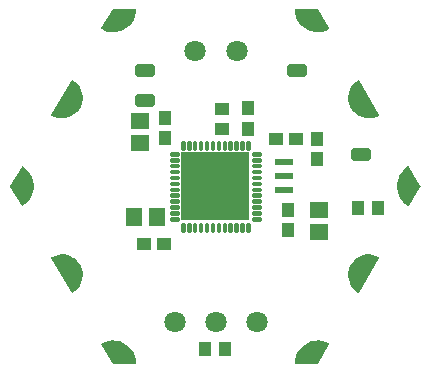
<source format=gbr>
G04 EAGLE Gerber RS-274X export*
G75*
%MOMM*%
%FSLAX34Y34*%
%LPD*%
%INSoldermask Bottom*%
%IPPOS*%
%AMOC8*
5,1,8,0,0,1.08239X$1,22.5*%
G01*
%ADD10R,1.101600X1.201600*%
%ADD11R,1.601600X1.401600*%
%ADD12C,0.225016*%
%ADD13R,5.801588X5.801588*%
%ADD14R,1.501597X0.501600*%
%ADD15R,1.201600X1.101600*%
%ADD16R,1.401600X1.601600*%
%ADD17C,0.605878*%
%ADD18C,1.101600*%
%ADD19C,1.801600*%

G36*
X224809Y256012D02*
X224809Y256012D01*
X224880Y256009D01*
X224907Y256019D01*
X224936Y256021D01*
X225026Y256063D01*
X225066Y256078D01*
X225074Y256086D01*
X225087Y256092D01*
X227390Y257691D01*
X227414Y257717D01*
X227454Y257744D01*
X229463Y259701D01*
X229482Y259730D01*
X229517Y259763D01*
X231176Y262024D01*
X231191Y262055D01*
X231220Y262094D01*
X232484Y264597D01*
X232493Y264631D01*
X232515Y264674D01*
X233351Y267351D01*
X233354Y267385D01*
X233369Y267431D01*
X233752Y270210D01*
X233750Y270244D01*
X233756Y270292D01*
X233677Y273095D01*
X233669Y273129D01*
X233668Y273177D01*
X233129Y275929D01*
X233115Y275961D01*
X233106Y276009D01*
X232121Y278634D01*
X232106Y278659D01*
X232101Y278679D01*
X232093Y278690D01*
X232086Y278709D01*
X230682Y281137D01*
X230659Y281163D01*
X230635Y281205D01*
X228851Y283368D01*
X228824Y283390D01*
X228793Y283427D01*
X226677Y285268D01*
X226647Y285285D01*
X226611Y285317D01*
X224220Y286784D01*
X224188Y286795D01*
X224147Y286821D01*
X221548Y287874D01*
X221514Y287881D01*
X221469Y287899D01*
X218732Y288510D01*
X218697Y288511D01*
X218650Y288522D01*
X215850Y288674D01*
X215816Y288669D01*
X215768Y288672D01*
X212980Y288362D01*
X212947Y288351D01*
X212899Y288346D01*
X210201Y287581D01*
X210171Y287565D01*
X210124Y287552D01*
X207589Y286353D01*
X207565Y286336D01*
X207538Y286326D01*
X207486Y286277D01*
X207429Y286234D01*
X207415Y286209D01*
X207394Y286189D01*
X207365Y286124D01*
X207329Y286063D01*
X207326Y286034D01*
X207314Y286007D01*
X207313Y285936D01*
X207304Y285865D01*
X207312Y285837D01*
X207312Y285808D01*
X207346Y285715D01*
X207358Y285674D01*
X207365Y285665D01*
X207370Y285652D01*
X224370Y256252D01*
X224389Y256230D01*
X224402Y256204D01*
X224455Y256156D01*
X224502Y256103D01*
X224528Y256091D01*
X224550Y256071D01*
X224617Y256048D01*
X224681Y256018D01*
X224710Y256016D01*
X224738Y256007D01*
X224809Y256012D01*
G37*
G36*
X476588Y403735D02*
X476588Y403735D01*
X476636Y403732D01*
X479424Y404042D01*
X479457Y404053D01*
X479505Y404058D01*
X482203Y404823D01*
X482233Y404839D01*
X482280Y404852D01*
X484815Y406051D01*
X484839Y406068D01*
X484866Y406078D01*
X484918Y406127D01*
X484975Y406170D01*
X484989Y406195D01*
X485011Y406215D01*
X485039Y406280D01*
X485075Y406342D01*
X485078Y406370D01*
X485090Y406397D01*
X485091Y406468D01*
X485100Y406539D01*
X485092Y406567D01*
X485092Y406596D01*
X485058Y406689D01*
X485046Y406730D01*
X485039Y406739D01*
X485034Y406752D01*
X468034Y436152D01*
X468015Y436174D01*
X468002Y436200D01*
X467949Y436248D01*
X467902Y436301D01*
X467876Y436313D01*
X467854Y436333D01*
X467787Y436356D01*
X467723Y436386D01*
X467694Y436388D01*
X467666Y436397D01*
X467595Y436392D01*
X467524Y436395D01*
X467497Y436385D01*
X467468Y436383D01*
X467378Y436341D01*
X467338Y436326D01*
X467330Y436318D01*
X467317Y436312D01*
X465014Y434713D01*
X464990Y434688D01*
X464950Y434660D01*
X462941Y432703D01*
X462922Y432674D01*
X462887Y432641D01*
X461228Y430380D01*
X461213Y430349D01*
X461184Y430310D01*
X459920Y427807D01*
X459911Y427773D01*
X459889Y427730D01*
X459053Y425053D01*
X459050Y425019D01*
X459035Y424973D01*
X458652Y422194D01*
X458654Y422160D01*
X458648Y422112D01*
X458727Y419309D01*
X458735Y419275D01*
X458736Y419227D01*
X459275Y416475D01*
X459289Y416443D01*
X459298Y416395D01*
X460283Y413770D01*
X460301Y413740D01*
X460318Y413695D01*
X461722Y411267D01*
X461745Y411241D01*
X461769Y411200D01*
X463553Y409036D01*
X463580Y409014D01*
X463611Y408977D01*
X465727Y407136D01*
X465757Y407119D01*
X465793Y407088D01*
X468184Y405620D01*
X468216Y405609D01*
X468257Y405583D01*
X470856Y404530D01*
X470890Y404523D01*
X470935Y404505D01*
X473672Y403894D01*
X473707Y403893D01*
X473754Y403882D01*
X476554Y403730D01*
X476588Y403735D01*
G37*
G36*
X467628Y256013D02*
X467628Y256013D01*
X467699Y256012D01*
X467726Y256023D01*
X467755Y256027D01*
X467817Y256061D01*
X467882Y256089D01*
X467903Y256110D01*
X467928Y256124D01*
X467991Y256200D01*
X468021Y256231D01*
X468025Y256241D01*
X468034Y256252D01*
X485034Y285652D01*
X485043Y285680D01*
X485060Y285704D01*
X485075Y285773D01*
X485097Y285841D01*
X485095Y285870D01*
X485101Y285898D01*
X485088Y285968D01*
X485082Y286039D01*
X485069Y286065D01*
X485063Y286093D01*
X485023Y286152D01*
X484991Y286215D01*
X484968Y286234D01*
X484952Y286258D01*
X484870Y286315D01*
X484837Y286342D01*
X484827Y286345D01*
X484815Y286353D01*
X482280Y287552D01*
X482246Y287560D01*
X482203Y287581D01*
X479505Y288346D01*
X479470Y288348D01*
X479424Y288362D01*
X476636Y288672D01*
X476602Y288669D01*
X476554Y288674D01*
X473754Y288522D01*
X473720Y288513D01*
X473672Y288510D01*
X470935Y287899D01*
X470903Y287885D01*
X470856Y287874D01*
X468257Y286821D01*
X468228Y286802D01*
X468184Y286784D01*
X465793Y285317D01*
X465768Y285293D01*
X465727Y285268D01*
X463611Y283427D01*
X463590Y283400D01*
X463553Y283368D01*
X461769Y281205D01*
X461753Y281174D01*
X461722Y281137D01*
X460318Y278709D01*
X460307Y278676D01*
X460300Y278663D01*
X460290Y278649D01*
X460290Y278646D01*
X460283Y278634D01*
X459298Y276009D01*
X459292Y275974D01*
X459275Y275929D01*
X458736Y273177D01*
X458736Y273143D01*
X458727Y273095D01*
X458648Y270292D01*
X458654Y270258D01*
X458652Y270210D01*
X459035Y267431D01*
X459047Y267399D01*
X459053Y267351D01*
X459889Y264674D01*
X459906Y264643D01*
X459920Y264597D01*
X461184Y262094D01*
X461206Y262067D01*
X461228Y262024D01*
X462887Y259763D01*
X462913Y259740D01*
X462941Y259701D01*
X464950Y257744D01*
X464979Y257725D01*
X465014Y257691D01*
X467317Y256092D01*
X467344Y256080D01*
X467367Y256062D01*
X467435Y256041D01*
X467500Y256013D01*
X467529Y256013D01*
X467557Y256005D01*
X467628Y256013D01*
G37*
G36*
X218650Y403882D02*
X218650Y403882D01*
X218684Y403891D01*
X218732Y403894D01*
X221469Y404505D01*
X221501Y404519D01*
X221548Y404530D01*
X224147Y405583D01*
X224176Y405602D01*
X224220Y405620D01*
X226611Y407088D01*
X226636Y407111D01*
X226677Y407136D01*
X228793Y408977D01*
X228814Y409004D01*
X228851Y409036D01*
X230635Y411200D01*
X230651Y411230D01*
X230682Y411267D01*
X232086Y413695D01*
X232097Y413728D01*
X232121Y413770D01*
X233106Y416395D01*
X233112Y416430D01*
X233129Y416475D01*
X233668Y419227D01*
X233668Y419262D01*
X233677Y419309D01*
X233756Y422112D01*
X233751Y422146D01*
X233752Y422194D01*
X233369Y424973D01*
X233357Y425005D01*
X233351Y425053D01*
X232515Y427730D01*
X232498Y427761D01*
X232484Y427807D01*
X231220Y430310D01*
X231198Y430337D01*
X231176Y430380D01*
X229517Y432641D01*
X229491Y432664D01*
X229463Y432703D01*
X227454Y434660D01*
X227425Y434679D01*
X227390Y434713D01*
X225087Y436312D01*
X225060Y436324D01*
X225037Y436342D01*
X224969Y436363D01*
X224904Y436391D01*
X224875Y436391D01*
X224847Y436399D01*
X224776Y436391D01*
X224705Y436392D01*
X224678Y436381D01*
X224649Y436377D01*
X224587Y436343D01*
X224522Y436315D01*
X224501Y436294D01*
X224476Y436280D01*
X224413Y436204D01*
X224383Y436173D01*
X224379Y436163D01*
X224370Y436152D01*
X207370Y406752D01*
X207361Y406724D01*
X207344Y406700D01*
X207329Y406631D01*
X207307Y406563D01*
X207309Y406534D01*
X207303Y406506D01*
X207316Y406436D01*
X207322Y406365D01*
X207335Y406339D01*
X207341Y406311D01*
X207381Y406252D01*
X207413Y406189D01*
X207436Y406170D01*
X207452Y406146D01*
X207534Y406089D01*
X207567Y406062D01*
X207577Y406059D01*
X207589Y406051D01*
X210124Y404852D01*
X210158Y404844D01*
X210201Y404823D01*
X212899Y404058D01*
X212934Y404056D01*
X212980Y404042D01*
X215768Y403732D01*
X215802Y403735D01*
X215850Y403730D01*
X218650Y403882D01*
G37*
G36*
X509929Y329213D02*
X509929Y329213D01*
X510000Y329213D01*
X510027Y329224D01*
X510056Y329227D01*
X510118Y329262D01*
X510183Y329290D01*
X510204Y329310D01*
X510229Y329325D01*
X510292Y329402D01*
X510322Y329432D01*
X510326Y329442D01*
X510335Y329453D01*
X519835Y345953D01*
X519845Y345985D01*
X519854Y345998D01*
X519858Y346022D01*
X519859Y346026D01*
X519890Y346096D01*
X519890Y346120D01*
X519898Y346142D01*
X519892Y346218D01*
X519893Y346295D01*
X519883Y346319D01*
X519882Y346340D01*
X519861Y346379D01*
X519835Y346451D01*
X510335Y362951D01*
X510316Y362973D01*
X510303Y362999D01*
X510250Y363047D01*
X510203Y363100D01*
X510177Y363113D01*
X510156Y363132D01*
X510088Y363155D01*
X510024Y363186D01*
X509995Y363188D01*
X509968Y363197D01*
X509896Y363192D01*
X509825Y363195D01*
X509798Y363185D01*
X509769Y363183D01*
X509679Y363141D01*
X509639Y363126D01*
X509631Y363119D01*
X509618Y363113D01*
X507095Y361371D01*
X507071Y361347D01*
X507033Y361320D01*
X504821Y359196D01*
X504802Y359168D01*
X504768Y359136D01*
X502926Y356685D01*
X502912Y356654D01*
X502883Y356617D01*
X501458Y353902D01*
X501449Y353871D01*
X501433Y353846D01*
X501432Y353838D01*
X501427Y353828D01*
X500456Y350920D01*
X500452Y350886D01*
X500437Y350842D01*
X499945Y347815D01*
X499946Y347781D01*
X499938Y347735D01*
X499938Y344669D01*
X499939Y344665D01*
X499939Y344663D01*
X499945Y344636D01*
X499945Y344589D01*
X500437Y341562D01*
X500449Y341531D01*
X500456Y341484D01*
X501427Y338576D01*
X501444Y338547D01*
X501458Y338502D01*
X502883Y335787D01*
X502905Y335761D01*
X502926Y335719D01*
X504768Y333268D01*
X504793Y333245D01*
X504821Y333208D01*
X507033Y331084D01*
X507061Y331066D01*
X507095Y331033D01*
X509618Y329291D01*
X509645Y329280D01*
X509667Y329261D01*
X509736Y329241D01*
X509801Y329213D01*
X509830Y329213D01*
X509858Y329205D01*
X509929Y329213D01*
G37*
G36*
X182508Y329212D02*
X182508Y329212D01*
X182579Y329209D01*
X182606Y329219D01*
X182635Y329221D01*
X182725Y329263D01*
X182765Y329278D01*
X182773Y329285D01*
X182786Y329291D01*
X185309Y331033D01*
X185333Y331057D01*
X185371Y331084D01*
X187583Y333208D01*
X187602Y333236D01*
X187636Y333268D01*
X189478Y335719D01*
X189492Y335750D01*
X189521Y335787D01*
X190946Y338502D01*
X190955Y338535D01*
X190977Y338576D01*
X191948Y341484D01*
X191952Y341518D01*
X191967Y341562D01*
X192459Y344589D01*
X192458Y344623D01*
X192466Y344669D01*
X192466Y347735D01*
X192459Y347768D01*
X192459Y347815D01*
X191967Y350842D01*
X191955Y350873D01*
X191948Y350920D01*
X190977Y353828D01*
X190964Y353851D01*
X190958Y353876D01*
X190951Y353885D01*
X190946Y353902D01*
X189521Y356617D01*
X189499Y356643D01*
X189478Y356685D01*
X187636Y359136D01*
X187611Y359159D01*
X187583Y359196D01*
X185371Y361320D01*
X185343Y361338D01*
X185309Y361371D01*
X182786Y363113D01*
X182759Y363124D01*
X182737Y363143D01*
X182668Y363163D01*
X182603Y363191D01*
X182574Y363191D01*
X182546Y363199D01*
X182475Y363191D01*
X182404Y363192D01*
X182377Y363180D01*
X182348Y363177D01*
X182286Y363142D01*
X182221Y363114D01*
X182200Y363094D01*
X182175Y363079D01*
X182112Y363002D01*
X182082Y362972D01*
X182078Y362962D01*
X182069Y362951D01*
X172569Y346451D01*
X172545Y346378D01*
X172514Y346308D01*
X172514Y346284D01*
X172506Y346262D01*
X172513Y346186D01*
X172512Y346109D01*
X172521Y346085D01*
X172522Y346064D01*
X172543Y346025D01*
X172562Y345973D01*
X172563Y345967D01*
X172565Y345965D01*
X172569Y345953D01*
X182069Y329453D01*
X182088Y329431D01*
X182101Y329405D01*
X182154Y329357D01*
X182201Y329304D01*
X182227Y329291D01*
X182249Y329272D01*
X182316Y329249D01*
X182380Y329218D01*
X182409Y329217D01*
X182436Y329207D01*
X182508Y329212D01*
G37*
G36*
X432878Y195718D02*
X432878Y195718D01*
X432956Y195727D01*
X432975Y195738D01*
X432997Y195742D01*
X433061Y195786D01*
X433129Y195825D01*
X433145Y195844D01*
X433161Y195855D01*
X433185Y195893D01*
X433235Y195953D01*
X442735Y212453D01*
X442744Y212480D01*
X442760Y212504D01*
X442775Y212574D01*
X442798Y212642D01*
X442795Y212670D01*
X442801Y212698D01*
X442788Y212769D01*
X442782Y212840D01*
X442769Y212865D01*
X442763Y212893D01*
X442723Y212953D01*
X442690Y213016D01*
X442668Y213034D01*
X442652Y213058D01*
X442569Y213116D01*
X442537Y213143D01*
X442526Y213146D01*
X442516Y213153D01*
X439750Y214462D01*
X439717Y214470D01*
X439674Y214490D01*
X436734Y215338D01*
X436700Y215341D01*
X436656Y215354D01*
X433618Y215719D01*
X433584Y215716D01*
X433537Y215722D01*
X430480Y215595D01*
X430447Y215587D01*
X430400Y215586D01*
X427403Y214970D01*
X427372Y214957D01*
X427326Y214948D01*
X424466Y213859D01*
X424438Y213841D01*
X424394Y213825D01*
X421746Y212291D01*
X421720Y212269D01*
X421680Y212246D01*
X419312Y210308D01*
X419290Y210281D01*
X419254Y210252D01*
X417227Y207959D01*
X417211Y207930D01*
X417179Y207895D01*
X415547Y205307D01*
X415535Y205275D01*
X415510Y205236D01*
X414314Y202419D01*
X414307Y202386D01*
X414304Y202379D01*
X414300Y202373D01*
X414299Y202367D01*
X414288Y202343D01*
X413560Y199371D01*
X413558Y199337D01*
X413547Y199292D01*
X413304Y196242D01*
X413308Y196213D01*
X413303Y196185D01*
X413320Y196116D01*
X413328Y196044D01*
X413343Y196020D01*
X413349Y195992D01*
X413392Y195934D01*
X413428Y195872D01*
X413450Y195855D01*
X413467Y195832D01*
X413529Y195795D01*
X413586Y195752D01*
X413614Y195745D01*
X413638Y195730D01*
X413738Y195714D01*
X413779Y195703D01*
X413789Y195705D01*
X413802Y195703D01*
X432802Y195703D01*
X432878Y195718D01*
G37*
G36*
X433571Y476687D02*
X433571Y476687D01*
X433618Y476685D01*
X436656Y477050D01*
X436688Y477061D01*
X436734Y477066D01*
X439674Y477914D01*
X439704Y477930D01*
X439750Y477942D01*
X442516Y479251D01*
X442538Y479268D01*
X442565Y479278D01*
X442617Y479327D01*
X442675Y479370D01*
X442689Y479395D01*
X442710Y479414D01*
X442739Y479480D01*
X442775Y479542D01*
X442778Y479570D01*
X442790Y479596D01*
X442791Y479668D01*
X442800Y479739D01*
X442792Y479766D01*
X442793Y479795D01*
X442757Y479890D01*
X442746Y479930D01*
X442739Y479939D01*
X442735Y479951D01*
X433235Y496451D01*
X433183Y496510D01*
X433137Y496572D01*
X433118Y496583D01*
X433103Y496600D01*
X433033Y496634D01*
X432966Y496674D01*
X432942Y496678D01*
X432924Y496686D01*
X432879Y496688D01*
X432802Y496701D01*
X413802Y496701D01*
X413774Y496696D01*
X413746Y496698D01*
X413678Y496676D01*
X413607Y496662D01*
X413584Y496646D01*
X413557Y496637D01*
X413502Y496590D01*
X413443Y496549D01*
X413428Y496525D01*
X413407Y496507D01*
X413375Y496442D01*
X413336Y496382D01*
X413331Y496354D01*
X413319Y496328D01*
X413310Y496227D01*
X413303Y496185D01*
X413305Y496175D01*
X413304Y496162D01*
X413547Y493112D01*
X413556Y493080D01*
X413560Y493033D01*
X414288Y490061D01*
X414303Y490030D01*
X414314Y489985D01*
X415510Y487168D01*
X415529Y487140D01*
X415547Y487097D01*
X417179Y484509D01*
X417203Y484485D01*
X417227Y484445D01*
X419254Y482152D01*
X419281Y482132D01*
X419312Y482096D01*
X421680Y480158D01*
X421710Y480142D01*
X421746Y480113D01*
X424394Y478580D01*
X424426Y478569D01*
X424466Y478545D01*
X427326Y477457D01*
X427359Y477451D01*
X427403Y477434D01*
X430400Y476818D01*
X430434Y476818D01*
X430480Y476809D01*
X433537Y476682D01*
X433571Y476687D01*
G37*
G36*
X278630Y195708D02*
X278630Y195708D01*
X278658Y195706D01*
X278726Y195728D01*
X278797Y195742D01*
X278820Y195758D01*
X278847Y195767D01*
X278902Y195814D01*
X278961Y195855D01*
X278976Y195879D01*
X278998Y195897D01*
X279029Y195962D01*
X279068Y196022D01*
X279073Y196050D01*
X279085Y196076D01*
X279094Y196177D01*
X279101Y196219D01*
X279099Y196229D01*
X279100Y196242D01*
X278857Y199292D01*
X278848Y199324D01*
X278844Y199371D01*
X278116Y202343D01*
X278101Y202374D01*
X278090Y202419D01*
X276894Y205236D01*
X276875Y205264D01*
X276857Y205307D01*
X275225Y207895D01*
X275201Y207919D01*
X275177Y207959D01*
X273150Y210252D01*
X273123Y210272D01*
X273092Y210308D01*
X270725Y212246D01*
X270694Y212262D01*
X270658Y212291D01*
X268010Y213825D01*
X267978Y213835D01*
X267938Y213859D01*
X265078Y214948D01*
X265045Y214953D01*
X265001Y214970D01*
X262004Y215586D01*
X261970Y215586D01*
X261924Y215595D01*
X258867Y215722D01*
X258833Y215717D01*
X258786Y215719D01*
X255748Y215354D01*
X255716Y215343D01*
X255670Y215338D01*
X252730Y214490D01*
X252700Y214474D01*
X252655Y214462D01*
X249889Y213153D01*
X249866Y213136D01*
X249839Y213126D01*
X249787Y213077D01*
X249729Y213034D01*
X249715Y213009D01*
X249694Y212990D01*
X249665Y212924D01*
X249629Y212862D01*
X249626Y212834D01*
X249614Y212808D01*
X249613Y212736D01*
X249604Y212665D01*
X249612Y212638D01*
X249612Y212609D01*
X249647Y212514D01*
X249658Y212474D01*
X249665Y212465D01*
X249669Y212453D01*
X259169Y195953D01*
X259221Y195895D01*
X259267Y195832D01*
X259286Y195821D01*
X259301Y195804D01*
X259371Y195770D01*
X259438Y195730D01*
X259463Y195726D01*
X259480Y195718D01*
X259525Y195716D01*
X259602Y195703D01*
X278602Y195703D01*
X278630Y195708D01*
G37*
G36*
X261924Y476809D02*
X261924Y476809D01*
X261957Y476817D01*
X262004Y476818D01*
X265001Y477434D01*
X265032Y477447D01*
X265078Y477457D01*
X267938Y478545D01*
X267967Y478563D01*
X268010Y478580D01*
X270658Y480113D01*
X270684Y480135D01*
X270725Y480158D01*
X273092Y482096D01*
X273114Y482123D01*
X273150Y482152D01*
X275177Y484445D01*
X275194Y484474D01*
X275225Y484509D01*
X276857Y487097D01*
X276869Y487129D01*
X276894Y487168D01*
X278090Y489985D01*
X278097Y490018D01*
X278116Y490061D01*
X278844Y493033D01*
X278846Y493067D01*
X278857Y493112D01*
X279100Y496162D01*
X279096Y496191D01*
X279101Y496219D01*
X279084Y496288D01*
X279076Y496360D01*
X279062Y496384D01*
X279055Y496412D01*
X279012Y496470D01*
X278977Y496532D01*
X278954Y496549D01*
X278937Y496572D01*
X278875Y496609D01*
X278818Y496652D01*
X278790Y496659D01*
X278766Y496674D01*
X278666Y496690D01*
X278625Y496701D01*
X278615Y496699D01*
X278602Y496701D01*
X259602Y496701D01*
X259526Y496686D01*
X259448Y496677D01*
X259429Y496666D01*
X259407Y496662D01*
X259343Y496618D01*
X259275Y496579D01*
X259259Y496560D01*
X259243Y496549D01*
X259219Y496511D01*
X259169Y496451D01*
X249669Y479951D01*
X249660Y479924D01*
X249644Y479900D01*
X249629Y479830D01*
X249606Y479762D01*
X249609Y479734D01*
X249603Y479706D01*
X249617Y479636D01*
X249622Y479564D01*
X249635Y479539D01*
X249641Y479511D01*
X249681Y479451D01*
X249714Y479388D01*
X249736Y479370D01*
X249752Y479346D01*
X249835Y479288D01*
X249867Y479261D01*
X249878Y479258D01*
X249889Y479251D01*
X252655Y477942D01*
X252688Y477934D01*
X252730Y477914D01*
X255670Y477066D01*
X255704Y477063D01*
X255748Y477050D01*
X258786Y476685D01*
X258820Y476688D01*
X258867Y476682D01*
X261924Y476809D01*
G37*
D10*
X432090Y369521D03*
X432090Y386521D03*
D11*
X433587Y307328D03*
X433587Y326328D03*
D10*
X466984Y327645D03*
X483984Y327645D03*
D12*
X377819Y373069D02*
X377819Y374335D01*
X383585Y374335D01*
X383585Y373069D01*
X377819Y373069D01*
X377819Y369335D02*
X377819Y368069D01*
X377819Y369335D02*
X383585Y369335D01*
X383585Y368069D01*
X377819Y368069D01*
X377819Y364335D02*
X377819Y363069D01*
X377819Y364335D02*
X383585Y364335D01*
X383585Y363069D01*
X377819Y363069D01*
X377819Y359335D02*
X377819Y358069D01*
X377819Y359335D02*
X383585Y359335D01*
X383585Y358069D01*
X377819Y358069D01*
X377819Y354335D02*
X377819Y353069D01*
X377819Y354335D02*
X383585Y354335D01*
X383585Y353069D01*
X377819Y353069D01*
X377819Y349335D02*
X377819Y348069D01*
X377819Y349335D02*
X383585Y349335D01*
X383585Y348069D01*
X377819Y348069D01*
X377819Y344335D02*
X377819Y343069D01*
X377819Y344335D02*
X383585Y344335D01*
X383585Y343069D01*
X377819Y343069D01*
X377819Y339335D02*
X377819Y338069D01*
X377819Y339335D02*
X383585Y339335D01*
X383585Y338069D01*
X377819Y338069D01*
X377819Y334335D02*
X377819Y333069D01*
X377819Y334335D02*
X383585Y334335D01*
X383585Y333069D01*
X377819Y333069D01*
X377819Y329335D02*
X377819Y328069D01*
X377819Y329335D02*
X383585Y329335D01*
X383585Y328069D01*
X377819Y328069D01*
X377819Y324335D02*
X377819Y323069D01*
X377819Y324335D02*
X383585Y324335D01*
X383585Y323069D01*
X377819Y323069D01*
X377819Y319335D02*
X377819Y318069D01*
X377819Y319335D02*
X383585Y319335D01*
X383585Y318069D01*
X377819Y318069D01*
X374335Y314585D02*
X373069Y314585D01*
X374335Y314585D02*
X374335Y308819D01*
X373069Y308819D01*
X373069Y314585D01*
X373069Y310956D02*
X374335Y310956D01*
X374335Y313093D02*
X373069Y313093D01*
X369335Y314585D02*
X368069Y314585D01*
X369335Y314585D02*
X369335Y308819D01*
X368069Y308819D01*
X368069Y314585D01*
X368069Y310956D02*
X369335Y310956D01*
X369335Y313093D02*
X368069Y313093D01*
X364335Y314585D02*
X363069Y314585D01*
X364335Y314585D02*
X364335Y308819D01*
X363069Y308819D01*
X363069Y314585D01*
X363069Y310956D02*
X364335Y310956D01*
X364335Y313093D02*
X363069Y313093D01*
X359335Y314585D02*
X358069Y314585D01*
X359335Y314585D02*
X359335Y308819D01*
X358069Y308819D01*
X358069Y314585D01*
X358069Y310956D02*
X359335Y310956D01*
X359335Y313093D02*
X358069Y313093D01*
X354335Y314585D02*
X353069Y314585D01*
X354335Y314585D02*
X354335Y308819D01*
X353069Y308819D01*
X353069Y314585D01*
X353069Y310956D02*
X354335Y310956D01*
X354335Y313093D02*
X353069Y313093D01*
X349335Y314585D02*
X348069Y314585D01*
X349335Y314585D02*
X349335Y308819D01*
X348069Y308819D01*
X348069Y314585D01*
X348069Y310956D02*
X349335Y310956D01*
X349335Y313093D02*
X348069Y313093D01*
X344335Y314585D02*
X343069Y314585D01*
X344335Y314585D02*
X344335Y308819D01*
X343069Y308819D01*
X343069Y314585D01*
X343069Y310956D02*
X344335Y310956D01*
X344335Y313093D02*
X343069Y313093D01*
X339335Y314585D02*
X338069Y314585D01*
X339335Y314585D02*
X339335Y308819D01*
X338069Y308819D01*
X338069Y314585D01*
X338069Y310956D02*
X339335Y310956D01*
X339335Y313093D02*
X338069Y313093D01*
X334335Y314585D02*
X333069Y314585D01*
X334335Y314585D02*
X334335Y308819D01*
X333069Y308819D01*
X333069Y314585D01*
X333069Y310956D02*
X334335Y310956D01*
X334335Y313093D02*
X333069Y313093D01*
X329335Y314585D02*
X328069Y314585D01*
X329335Y314585D02*
X329335Y308819D01*
X328069Y308819D01*
X328069Y314585D01*
X328069Y310956D02*
X329335Y310956D01*
X329335Y313093D02*
X328069Y313093D01*
X324335Y314585D02*
X323069Y314585D01*
X324335Y314585D02*
X324335Y308819D01*
X323069Y308819D01*
X323069Y314585D01*
X323069Y310956D02*
X324335Y310956D01*
X324335Y313093D02*
X323069Y313093D01*
X319335Y314585D02*
X318069Y314585D01*
X319335Y314585D02*
X319335Y308819D01*
X318069Y308819D01*
X318069Y314585D01*
X318069Y310956D02*
X319335Y310956D01*
X319335Y313093D02*
X318069Y313093D01*
X314585Y318069D02*
X314585Y319335D01*
X314585Y318069D02*
X308819Y318069D01*
X308819Y319335D01*
X314585Y319335D01*
X314585Y323069D02*
X314585Y324335D01*
X314585Y323069D02*
X308819Y323069D01*
X308819Y324335D01*
X314585Y324335D01*
X314585Y328069D02*
X314585Y329335D01*
X314585Y328069D02*
X308819Y328069D01*
X308819Y329335D01*
X314585Y329335D01*
X314585Y333069D02*
X314585Y334335D01*
X314585Y333069D02*
X308819Y333069D01*
X308819Y334335D01*
X314585Y334335D01*
X314585Y338069D02*
X314585Y339335D01*
X314585Y338069D02*
X308819Y338069D01*
X308819Y339335D01*
X314585Y339335D01*
X314585Y343069D02*
X314585Y344335D01*
X314585Y343069D02*
X308819Y343069D01*
X308819Y344335D01*
X314585Y344335D01*
X314585Y348069D02*
X314585Y349335D01*
X314585Y348069D02*
X308819Y348069D01*
X308819Y349335D01*
X314585Y349335D01*
X314585Y353069D02*
X314585Y354335D01*
X314585Y353069D02*
X308819Y353069D01*
X308819Y354335D01*
X314585Y354335D01*
X314585Y358069D02*
X314585Y359335D01*
X314585Y358069D02*
X308819Y358069D01*
X308819Y359335D01*
X314585Y359335D01*
X314585Y363069D02*
X314585Y364335D01*
X314585Y363069D02*
X308819Y363069D01*
X308819Y364335D01*
X314585Y364335D01*
X314585Y368069D02*
X314585Y369335D01*
X314585Y368069D02*
X308819Y368069D01*
X308819Y369335D01*
X314585Y369335D01*
X314585Y373069D02*
X314585Y374335D01*
X314585Y373069D02*
X308819Y373069D01*
X308819Y374335D01*
X314585Y374335D01*
X318069Y377819D02*
X319335Y377819D01*
X318069Y377819D02*
X318069Y383585D01*
X319335Y383585D01*
X319335Y377819D01*
X319335Y379956D02*
X318069Y379956D01*
X318069Y382093D02*
X319335Y382093D01*
X323069Y377819D02*
X324335Y377819D01*
X323069Y377819D02*
X323069Y383585D01*
X324335Y383585D01*
X324335Y377819D01*
X324335Y379956D02*
X323069Y379956D01*
X323069Y382093D02*
X324335Y382093D01*
X328069Y377819D02*
X329335Y377819D01*
X328069Y377819D02*
X328069Y383585D01*
X329335Y383585D01*
X329335Y377819D01*
X329335Y379956D02*
X328069Y379956D01*
X328069Y382093D02*
X329335Y382093D01*
X333069Y377819D02*
X334335Y377819D01*
X333069Y377819D02*
X333069Y383585D01*
X334335Y383585D01*
X334335Y377819D01*
X334335Y379956D02*
X333069Y379956D01*
X333069Y382093D02*
X334335Y382093D01*
X338069Y377819D02*
X339335Y377819D01*
X338069Y377819D02*
X338069Y383585D01*
X339335Y383585D01*
X339335Y377819D01*
X339335Y379956D02*
X338069Y379956D01*
X338069Y382093D02*
X339335Y382093D01*
X343069Y377819D02*
X344335Y377819D01*
X343069Y377819D02*
X343069Y383585D01*
X344335Y383585D01*
X344335Y377819D01*
X344335Y379956D02*
X343069Y379956D01*
X343069Y382093D02*
X344335Y382093D01*
X348069Y377819D02*
X349335Y377819D01*
X348069Y377819D02*
X348069Y383585D01*
X349335Y383585D01*
X349335Y377819D01*
X349335Y379956D02*
X348069Y379956D01*
X348069Y382093D02*
X349335Y382093D01*
X353069Y377819D02*
X354335Y377819D01*
X353069Y377819D02*
X353069Y383585D01*
X354335Y383585D01*
X354335Y377819D01*
X354335Y379956D02*
X353069Y379956D01*
X353069Y382093D02*
X354335Y382093D01*
X358069Y377819D02*
X359335Y377819D01*
X358069Y377819D02*
X358069Y383585D01*
X359335Y383585D01*
X359335Y377819D01*
X359335Y379956D02*
X358069Y379956D01*
X358069Y382093D02*
X359335Y382093D01*
X363069Y377819D02*
X364335Y377819D01*
X363069Y377819D02*
X363069Y383585D01*
X364335Y383585D01*
X364335Y377819D01*
X364335Y379956D02*
X363069Y379956D01*
X363069Y382093D02*
X364335Y382093D01*
X368069Y377819D02*
X369335Y377819D01*
X368069Y377819D02*
X368069Y383585D01*
X369335Y383585D01*
X369335Y377819D01*
X369335Y379956D02*
X368069Y379956D01*
X368069Y382093D02*
X369335Y382093D01*
X373069Y377819D02*
X374335Y377819D01*
X373069Y377819D02*
X373069Y383585D01*
X374335Y383585D01*
X374335Y377819D01*
X374335Y379956D02*
X373069Y379956D01*
X373069Y382093D02*
X374335Y382093D01*
D13*
X346202Y346202D03*
D14*
X404335Y366820D03*
X404335Y354820D03*
X404335Y342820D03*
D15*
X352100Y411972D03*
X352100Y394972D03*
D16*
X296383Y320228D03*
X277383Y320228D03*
D11*
X282763Y382539D03*
X282763Y401539D03*
D10*
X407266Y309424D03*
X407266Y326424D03*
X373883Y395124D03*
X373883Y412124D03*
X303096Y387275D03*
X303096Y404275D03*
D15*
X302744Y297404D03*
X285744Y297404D03*
X397659Y386474D03*
X414659Y386474D03*
D10*
X354433Y208443D03*
X337433Y208443D03*
D17*
X291991Y417129D02*
X281033Y417129D01*
X281033Y422087D01*
X291991Y422087D01*
X291991Y417129D01*
X291991Y447487D02*
X281033Y447487D01*
X291991Y447487D02*
X291991Y442529D01*
X281033Y442529D01*
X281033Y447487D01*
X409557Y446979D02*
X420515Y446979D01*
X420515Y442021D01*
X409557Y442021D01*
X409557Y446979D01*
X463563Y376062D02*
X474521Y376062D01*
X474521Y371104D01*
X463563Y371104D01*
X463563Y376062D01*
D18*
X428802Y489302D03*
X511402Y346202D03*
X428802Y203102D03*
X263602Y203102D03*
X181002Y346202D03*
X263602Y489302D03*
X470102Y417702D03*
X470102Y274702D03*
X222302Y274702D03*
X222302Y417702D03*
D19*
X364210Y460740D03*
X329210Y460740D03*
X311710Y231410D03*
X346710Y231410D03*
X381710Y231410D03*
M02*

</source>
